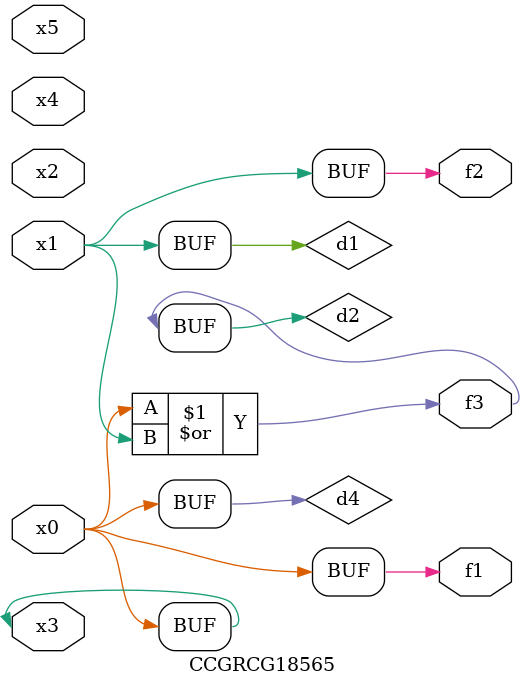
<source format=v>
module CCGRCG18565(
	input x0, x1, x2, x3, x4, x5,
	output f1, f2, f3
);

	wire d1, d2, d3, d4;

	and (d1, x1);
	or (d2, x0, x1);
	nand (d3, x0, x5);
	buf (d4, x0, x3);
	assign f1 = d4;
	assign f2 = d1;
	assign f3 = d2;
endmodule

</source>
